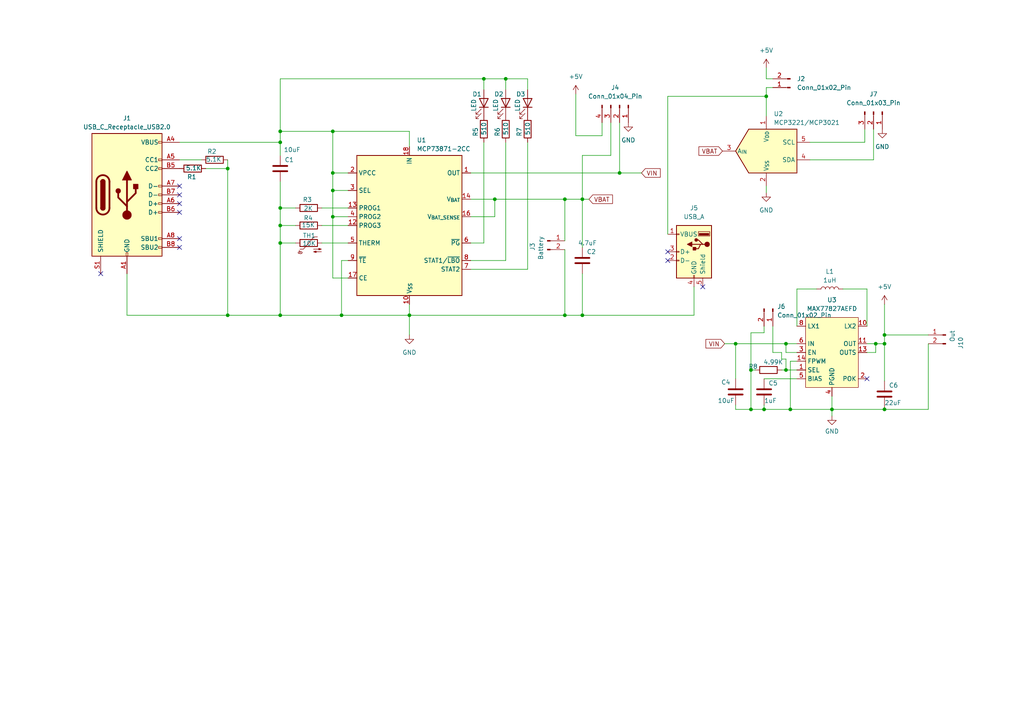
<source format=kicad_sch>
(kicad_sch (version 20250114) (generator "eeschema") (generator_version "9.0")
  (paper "A4")
  (junction (at 412.75 43.815))
  (junction (at 441.325 124.46))
  (junction (at 221.615 118.745))
  (junction (at 227.965 99.695))
  (junction (at 526.415 86.36))
  (junction (at 526.415 68.58))
  (junction (at 96.52 50.165))
  (junction (at 256.54 99.695))
  (junction (at 472.44 127.635))
  (junction (at 213.36 99.695))
  (junction (at 526.415 78.74))
  (junction (at 387.35 135.255))
  (junction (at 81.28 70.485))
  (junction (at 503.555 71.12))
  (junction (at 217.805 118.745))
  (junction (at 118.745 91.44))
  (junction (at 227.965 107.315))
  (junction (at 229.235 118.745))
  (junction (at 407.67 48.895))
  (junction (at 81.28 38.1))
  (junction (at 389.89 92.71))
  (junction (at 96.52 55.245))
  (junction (at 96.52 62.865))
  (junction (at 511.175 140.97))
  (junction (at 424.18 62.865))
  (junction (at 168.91 57.785))
  (junction (at 480.06 140.97))
  (junction (at 143.51 57.785))
  (junction (at 256.54 97.155))
  (junction (at 163.83 91.44))
  (junction (at 81.28 60.325))
  (junction (at 400.05 85.725))
  (junction (at 241.3 118.745))
  (junction (at 424.18 67.945))
  (junction (at 486.41 113.665))
  (junction (at 495.3 71.12))
  (junction (at 99.06 91.44))
  (junction (at 410.21 102.235))
  (junction (at 472.44 113.665))
  (junction (at 66.04 91.44))
  (junction (at 526.415 140.97))
  (junction (at 217.805 107.315))
  (junction (at 511.175 76.2))
  (junction (at 434.34 78.74))
  (junction (at 140.335 22.86))
  (junction (at 222.25 27.94))
  (junction (at 96.52 38.1))
  (junction (at 436.88 43.815))
  (junction (at 472.44 88.9))
  (junction (at 168.91 91.44))
  (junction (at 526.415 73.66))
  (junction (at 511.175 129.54))
  (junction (at 400.05 90.805))
  (junction (at 526.415 116.84))
  (junction (at 66.04 48.895))
  (junction (at 526.415 109.22))
  (junction (at 384.81 88.9))
  (junction (at 254 99.695))
  (junction (at 526.415 83.82))
  (junction (at 256.54 118.745))
  (junction (at 511.175 113.665))
  (junction (at 546.735 88.9))
  (junction (at 81.28 91.44))
  (junction (at 503.555 86.36))
  (junction (at 163.83 57.785))
  (junction (at 375.92 122.555))
  (junction (at 81.28 41.275))
  (junction (at 179.705 50.165))
  (junction (at 146.685 22.86))
  (junction (at 439.42 134.62))
  (junction (at 81.28 65.405))
  (no_connect (at 357.505 95.25))
  (no_connect (at 251.46 109.855))
  (no_connect (at 397.51 117.475))
  (no_connect (at 203.835 83.185))
  (no_connect (at 370.205 95.25))
  (no_connect (at 52.07 61.595))
  (no_connect (at 52.07 59.055))
  (no_connect (at 193.675 73.025))
  (no_connect (at 377.19 117.475))
  (no_connect (at 193.675 75.565))
  (no_connect (at 52.07 71.755))
  (no_connect (at 52.07 56.515))
  (no_connect (at 357.505 92.71))
  (no_connect (at 52.07 53.975))
  (no_connect (at 52.07 69.215))
  (no_connect (at 29.21 79.375))
  (wire (pts (xy 502.92 71.12) (xy 503.555 71.12)))
  (wire (pts (xy 472.44 113.665) (xy 472.44 88.9)))
  (wire (pts (xy 370.205 87.63) (xy 377.825 87.63)))
  (wire (pts (xy 217.805 107.315) (xy 217.805 118.745)))
  (wire (pts (xy 486.41 79.375) (xy 486.41 71.12)))
  (wire (pts (xy 472.44 127.635) (xy 472.44 113.665)))
  (wire (pts (xy 250.825 41.275) (xy 250.825 37.465)))
  (wire (pts (xy 347.98 90.17) (xy 357.505 90.17)))
  (wire (pts (xy 542.925 121.92) (xy 542.925 129.54)))
  (wire (pts (xy 100.965 62.865) (xy 96.52 62.865)))
  (wire (pts (xy 96.52 50.165) (xy 96.52 38.1)))
  (wire (pts (xy 256.54 97.155) (xy 269.24 97.155)))
  (wire (pts (xy 410.21 102.235) (xy 410.21 100.965)))
  (wire (pts (xy 436.88 43.815) (xy 436.88 52.705)))
  (wire (pts (xy 231.14 83.82) (xy 231.14 94.615)))
  (wire (pts (xy 153.035 78.105) (xy 136.525 78.105)))
  (wire (pts (xy 100.965 75.565) (xy 99.06 75.565)))
  (wire (pts (xy 118.745 42.545) (xy 118.745 38.1)))
  (wire (pts (xy 467.36 93.98) (xy 467.36 67.945)))
  (wire (pts (xy 213.36 99.695) (xy 227.965 99.695)))
  (wire (pts (xy 511.175 113.665) (xy 511.175 119.38)))
  (wire (pts (xy 422.91 59.69) (xy 424.18 59.69)))
  (wire (pts (xy 480.06 140.97) (xy 511.175 140.97)))
  (wire (pts (xy 163.83 91.44) (xy 168.91 91.44)))
  (wire (pts (xy 96.52 55.245) (xy 96.52 50.165)))
  (wire (pts (xy 486.41 86.995) (xy 486.41 113.665)))
  (wire (pts (xy 254 102.235) (xy 254 99.695)))
  (wire (pts (xy 193.675 27.94) (xy 222.25 27.94)))
  (wire (pts (xy 81.28 60.325) (xy 85.725 60.325)))
  (wire (pts (xy 518.795 124.46) (xy 551.815 124.46)))
  (wire (pts (xy 495.3 86.36) (xy 503.555 86.36)))
  (wire (pts (xy 81.28 91.44) (xy 99.06 91.44)))
  (wire (pts (xy 226.695 107.315) (xy 227.965 107.315)))
  (wire (pts (xy 375.92 127.635) (xy 375.92 122.555)))
  (wire (pts (xy 511.175 139.7) (xy 511.175 140.97)))
  (wire (pts (xy 516.255 68.58) (xy 511.175 68.58)))
  (wire (pts (xy 439.42 129.54) (xy 439.42 134.62)))
  (wire (pts (xy 480.06 127.635) (xy 472.44 127.635)))
  (wire (pts (xy 219.075 107.315) (xy 217.805 107.315)))
  (wire (pts (xy 384.81 48.895) (xy 407.67 48.895)))
  (wire (pts (xy 143.51 62.865) (xy 143.51 57.785)))
  (wire (pts (xy 81.28 41.275) (xy 81.28 45.085)))
  (wire (pts (xy 136.525 50.165) (xy 179.705 50.165)))
  (wire (pts (xy 357.505 85.09) (xy 353.695 85.09)))
  (wire (pts (xy 221.615 94.615) (xy 221.615 96.52)))
  (wire (pts (xy 174.625 39.37) (xy 174.625 35.56)))
  (wire (pts (xy 81.28 70.485) (xy 81.28 91.44)))
  (wire (pts (xy 472.44 113.665) (xy 476.885 113.665)))
  (wire (pts (xy 439.42 134.62) (xy 439.42 135.255)))
  (wire (pts (xy 221.615 118.745) (xy 229.235 118.745)))
  (wire (pts (xy 431.8 52.705) (xy 431.8 48.895)))
  (wire (pts (xy 551.815 91.44) (xy 546.735 91.44)))
  (wire (pts (xy 81.28 38.1) (xy 81.28 41.275)))
  (wire (pts (xy 347.98 98.425) (xy 347.98 90.17)))
  (wire (pts (xy 444.5 78.74) (xy 434.34 78.74)))
  (wire (pts (xy 526.415 116.84) (xy 526.415 140.97)))
  (wire (pts (xy 424.18 124.46) (xy 441.325 124.46)))
  (wire (pts (xy 480.06 130.81) (xy 480.06 127.635)))
  (wire (pts (xy 526.415 83.82) (xy 526.415 86.36)))
  (wire (pts (xy 400.05 94.615) (xy 400.05 90.805)))
  (wire (pts (xy 81.28 60.325) (xy 81.28 65.405)))
  (wire (pts (xy 441.325 129.54) (xy 439.42 129.54)))
  (wire (pts (xy 546.735 91.44) (xy 546.735 88.9)))
  (wire (pts (xy 100.965 55.245) (xy 96.52 55.245)))
  (wire (pts (xy 59.69 48.895) (xy 66.04 48.895)))
  (wire (pts (xy 424.18 70.485) (xy 424.18 67.945)))
  (wire (pts (xy 429.895 99.06) (xy 429.895 90.805)))
  (wire (pts (xy 375.92 122.555) (xy 377.19 122.555)))
  (wire (pts (xy 551.815 96.52) (xy 464.185 96.52)))
  (wire (pts (xy 511.175 129.54) (xy 542.925 129.54)))
  (wire (pts (xy 234.95 41.275) (xy 250.825 41.275)))
  (wire (pts (xy 511.175 140.97) (xy 526.415 140.97)))
  (wire (pts (xy 153.035 22.86) (xy 146.685 22.86)))
  (wire (pts (xy 256.54 97.155) (xy 256.54 99.695)))
  (wire (pts (xy 96.52 62.865) (xy 96.52 55.245)))
  (wire (pts (xy 81.28 65.405) (xy 81.28 70.485)))
  (wire (pts (xy 511.175 68.58) (xy 511.175 76.2)))
  (wire (pts (xy 412.75 75.565) (xy 412.75 43.815)))
  (wire (pts (xy 551.815 93.98) (xy 467.36 93.98)))
  (wire (pts (xy 551.815 101.6) (xy 427.355 101.6)))
  (wire (pts (xy 412.75 43.815) (xy 436.88 43.815)))
  (wire (pts (xy 441.325 118.745) (xy 441.325 124.46)))
  (wire (pts (xy 251.46 83.82) (xy 251.46 94.615)))
  (wire (pts (xy 168.91 57.785) (xy 170.815 57.785)))
  (wire (pts (xy 81.28 65.405) (xy 85.725 65.405)))
  (wire (pts (xy 546.1 78.74) (xy 551.815 78.74)))
  (wire (pts (xy 511.175 76.835) (xy 511.175 76.2)))
  (wire (pts (xy 153.035 41.275) (xy 153.035 78.105)))
  (wire (pts (xy 480.06 138.43) (xy 480.06 140.97)))
  (wire (pts (xy 484.505 113.665) (xy 486.41 113.665)))
  (wire (pts (xy 353.695 122.555) (xy 375.92 122.555)))
  (wire (pts (xy 221.615 96.52) (xy 217.805 96.52)))
  (wire (pts (xy 542.925 121.92) (xy 551.815 121.92)))
  (wire (pts (xy 36.83 91.44) (xy 66.04 91.44)))
  (wire (pts (xy 370.205 82.55) (xy 370.205 67.945)))
  (wire (pts (xy 163.83 57.785) (xy 163.83 69.85)))
  (wire (pts (xy 526.415 109.22) (xy 526.415 116.84)))
  (wire (pts (xy 234.95 46.355) (xy 253.365 46.355)))
  (wire (pts (xy 193.675 67.945) (xy 193.675 27.94)))
  (wire (pts (xy 143.51 57.785) (xy 163.83 57.785)))
  (wire (pts (xy 372.745 90.17) (xy 372.745 88.9)))
  (wire (pts (xy 444.5 73.025) (xy 444.5 78.74)))
  (wire (pts (xy 217.805 96.52) (xy 217.805 107.315)))
  (wire (pts (xy 118.745 91.44) (xy 118.745 97.155)))
  (wire (pts (xy 387.35 135.255) (xy 387.35 137.795)))
  (wire (pts (xy 96.52 80.645) (xy 96.52 62.865)))
  (wire (pts (xy 227.965 104.14) (xy 227.965 107.315)))
  (wire (pts (xy 201.295 83.185) (xy 201.295 91.44)))
  (wire (pts (xy 168.91 71.755) (xy 168.91 57.785)))
  (wire (pts (xy 424.18 113.03) (xy 424.18 124.46)))
  (wire (pts (xy 213.36 99.695) (xy 213.36 109.855)))
  (wire (pts (xy 503.555 71.12) (xy 503.555 77.47)))
  (wire (pts (xy 427.355 104.14) (xy 427.355 122.555)))
  (wire (pts (xy 236.855 83.82) (xy 231.14 83.82)))
  (wire (pts (xy 100.965 80.645) (xy 96.52 80.645)))
  (wire (pts (xy 381 90.805) (xy 400.05 90.805)))
  (wire (pts (xy 357.505 82.55) (xy 357.505 62.865)))
  (wire (pts (xy 472.44 88.9) (xy 472.44 60.325)))
  (wire (pts (xy 387.35 132.715) (xy 387.35 135.255)))
  (wire (pts (xy 372.745 88.9) (xy 384.81 88.9)))
  (wire (pts (xy 168.91 91.44) (xy 201.295 91.44)))
  (wire (pts (xy 551.815 104.14) (xy 427.355 104.14)))
  (wire (pts (xy 404.495 104.14) (xy 404.495 113.03)))
  (wire (pts (xy 177.165 45.085) (xy 168.91 45.085)))
  (wire (pts (xy 546.1 68.58) (xy 551.815 68.58)))
  (wire (pts (xy 377.825 87.63) (xy 377.825 104.14)))
  (wire (pts (xy 221.615 109.855) (xy 231.14 109.855)))
  (wire (pts (xy 523.875 68.58) (xy 526.415 68.58)))
  (wire (pts (xy 269.24 118.745) (xy 256.54 118.745)))
  (wire (pts (xy 153.035 26.035) (xy 153.035 22.86)))
  (wire (pts (xy 136.525 62.865) (xy 143.51 62.865)))
  (wire (pts (xy 526.415 140.97) (xy 526.415 143.51)))
  (wire (pts (xy 357.505 87.63) (xy 353.695 87.63)))
  (wire (pts (xy 377.825 104.14) (xy 404.495 104.14)))
  (wire (pts (xy 389.89 107.315) (xy 389.89 92.71)))
  (wire (pts (xy 357.505 62.865) (xy 424.18 62.865)))
  (wire (pts (xy 256.54 88.265) (xy 256.54 97.155)))
  (wire (pts (xy 36.83 91.44) (xy 36.83 79.375)))
  (wire (pts (xy 370.205 85.09) (xy 381 85.09)))
  (wire (pts (xy 231.14 104.775) (xy 229.235 104.775)))
  (wire (pts (xy 400.05 83.185) (xy 400.05 85.725)))
  (wire (pts (xy 140.335 22.86) (xy 81.28 22.86)))
  (wire (pts (xy 353.695 85.09) (xy 353.695 74.295)))
  (wire (pts (xy 526.415 68.58) (xy 526.415 73.66)))
  (wire (pts (xy 444.5 67.945) (xy 467.36 67.945)))
  (wire (pts (xy 222.25 27.94) (xy 222.25 33.655)))
  (wire (pts (xy 526.415 73.66) (xy 526.415 78.74)))
  (wire (pts (xy 451.485 134.62) (xy 439.42 134.62)))
  (wire (pts (xy 503.555 85.09) (xy 503.555 86.36)))
  (wire (pts (xy 210.185 99.695) (xy 213.36 99.695)))
  (wire (pts (xy 269.24 99.695) (xy 269.24 118.745)))
  (wire (pts (xy 99.06 91.44) (xy 118.745 91.44)))
  (wire (pts (xy 424.18 59.69) (xy 424.18 62.865)))
  (wire (pts (xy 222.25 53.975) (xy 222.25 55.88)))
  (wire (pts (xy 177.165 35.56) (xy 177.165 45.085)))
  (wire (pts (xy 213.36 118.745) (xy 217.805 118.745)))
  (wire (pts (xy 421.64 70.485) (xy 424.18 70.485)))
  (wire (pts (xy 391.16 74.295) (xy 391.16 85.725)))
  (wire (pts (xy 224.155 102.235) (xy 226.695 102.235)))
  (wire (pts (xy 140.335 41.275) (xy 140.335 70.485)))
  (wire (pts (xy 66.04 48.895) (xy 66.04 91.44)))
  (wire (pts (xy 548.005 116.84) (xy 551.815 116.84)))
  (wire (pts (xy 472.44 138.43) (xy 472.44 140.97)))
  (wire (pts (xy 472.44 88.9) (xy 546.735 88.9)))
  (wire (pts (xy 231.14 102.235) (xy 227.965 102.235)))
  (wire (pts (xy 495.3 71.12) (xy 495.3 75.565)))
  (wire (pts (xy 96.52 38.1) (xy 81.28 38.1)))
  (wire (pts (xy 529.59 73.66) (xy 526.415 73.66)))
  (wire (pts (xy 179.705 50.165) (xy 186.055 50.165)))
  (wire (pts (xy 464.185 62.865) (xy 464.185 96.52)))
  (wire (pts (xy 391.16 85.725) (xy 400.05 85.725)))
  (wire (pts (xy 384.81 107.315) (xy 384.81 88.9)))
  (wire (pts (xy 224.155 22.86) (xy 222.25 22.86)))
  (wire (pts (xy 163.83 91.44) (xy 118.745 91.44)))
  (wire (pts (xy 146.685 75.565) (xy 136.525 75.565)))
  (wire (pts (xy 540.385 116.84) (xy 526.415 116.84)))
  (wire (pts (xy 389.89 43.815) (xy 412.75 43.815)))
  (wire (pts (xy 353.695 87.63) (xy 353.695 122.555)))
  (wire (pts (xy 511.175 84.455) (xy 511.175 113.665)))
  (wire (pts (xy 420.37 95.885) (xy 420.37 102.235)))
  (wire (pts (xy 381 85.09) (xy 381 90.805)))
  (wire (pts (xy 537.21 73.66) (xy 551.815 73.66)))
  (wire (pts (xy 427.355 85.725) (xy 427.355 101.6)))
  (wire (pts (xy 140.335 70.485) (xy 136.525 70.485)))
  (wire (pts (xy 397.51 135.255) (xy 397.51 127.635)))
  (wire (pts (xy 539.115 83.82) (xy 551.815 83.82)))
  (wire (pts (xy 229.235 118.745) (xy 241.3 118.745)))
  (wire (pts (xy 163.83 72.39) (xy 163.83 91.44)))
  (wire (pts (xy 100.965 50.165) (xy 96.52 50.165)))
  (wire (pts (xy 226.695 104.14) (xy 227.965 104.14)))
  (wire (pts (xy 168.91 79.375) (xy 168.91 91.44)))
  (wire (pts (xy 241.3 114.935) (xy 241.3 118.745)))
  (wire (pts (xy 486.41 113.665) (xy 511.175 113.665)))
  (wire (pts (xy 256.54 118.11) (xy 256.54 118.745)))
  (wire (pts (xy 370.205 90.17) (xy 372.745 90.17)))
  (wire (pts (xy 466.09 106.68) (xy 466.09 124.46)))
  (wire (pts (xy 224.155 94.615) (xy 224.155 102.235)))
  (wire (pts (xy 256.54 99.695) (xy 256.54 110.49)))
  (wire (pts (xy 420.37 90.805) (xy 429.895 90.805)))
  (wire (pts (xy 420.37 102.235) (xy 410.21 102.235)))
  (wire (pts (xy 254 99.695) (xy 256.54 99.695)))
  (wire (pts (xy 93.345 60.325) (xy 100.965 60.325)))
  (wire (pts (xy 389.89 92.71) (xy 389.89 43.815)))
  (wire (pts (xy 221.615 117.475) (xy 221.615 118.745)))
  (wire (pts (xy 370.205 92.71) (xy 389.89 92.71)))
  (wire (pts (xy 146.685 22.86) (xy 146.685 26.035)))
  (wire (pts (xy 66.04 46.355) (xy 66.04 48.895)))
  (wire (pts (xy 222.25 22.86) (xy 222.25 19.685)))
  (wire (pts (xy 217.805 118.745) (xy 221.615 118.745)))
  (wire (pts (xy 434.34 78.74) (xy 434.34 78.105)))
  (wire (pts (xy 140.335 22.86) (xy 140.335 26.035)))
  (wire (pts (xy 511.175 129.54) (xy 511.175 132.08)))
  (wire (pts (xy 404.495 113.03) (xy 424.18 113.03)))
  (wire (pts (xy 551.815 106.68) (xy 466.09 106.68)))
  (wire (pts (xy 551.815 76.2) (xy 511.175 76.2)))
  (wire (pts (xy 136.525 57.785) (xy 143.51 57.785)))
  (wire (pts (xy 434.34 80.01) (xy 434.34 78.74)))
  (wire (pts (xy 503.555 71.12) (xy 551.815 71.12)))
  (wire (pts (xy 167.005 39.37) (xy 174.625 39.37)))
  (wire (pts (xy 526.415 86.36) (xy 526.415 109.22)))
  (wire (pts (xy 251.46 99.695) (xy 254 99.695)))
  (wire (pts (xy 118.745 38.1) (xy 96.52 38.1)))
  (wire (pts (xy 81.28 70.485) (xy 85.725 70.485)))
  (wire (pts (xy 66.04 91.44) (xy 81.28 91.44)))
  (wire (pts (xy 118.745 88.265) (xy 118.745 91.44)))
  (wire (pts (xy 472.44 140.97) (xy 480.06 140.97)))
  (wire (pts (xy 538.48 78.74) (xy 526.415 78.74)))
  (wire (pts (xy 472.44 130.81) (xy 472.44 127.635)))
  (wire (pts (xy 466.09 124.46) (xy 461.645 124.46)))
  (wire (pts (xy 226.695 102.235) (xy 226.695 104.14)))
  (wire (pts (xy 370.205 67.945) (xy 424.18 67.945)))
  (wire (pts (xy 410.21 103.505) (xy 410.21 102.235)))
  (wire (pts (xy 444.5 62.865) (xy 464.185 62.865)))
  (wire (pts (xy 179.705 35.56) (xy 179.705 50.165)))
  (wire (pts (xy 256.54 118.745) (xy 241.3 118.745)))
  (wire (pts (xy 244.475 83.82) (xy 251.46 83.82)))
  (wire (pts (xy 407.67 48.895) (xy 407.67 75.565)))
  (wire (pts (xy 431.8 48.895) (xy 407.67 48.895)))
  (wire (pts (xy 503.555 86.36) (xy 526.415 86.36)))
  (wire (pts (xy 52.07 41.275) (xy 81.28 41.275)))
  (wire (pts (xy 551.815 88.9) (xy 546.735 88.9)))
  (wire (pts (xy 146.685 22.86) (xy 140.335 22.86)))
  (wire (pts (xy 81.28 22.86) (xy 81.28 38.1)))
  (wire (pts (xy 93.345 65.405) (xy 100.965 65.405)))
  (wire (pts (xy 251.46 102.235) (xy 254 102.235)))
  (wire (pts (xy 227.965 107.315) (xy 231.14 107.315)))
  (wire (pts (xy 486.41 71.12) (xy 495.3 71.12)))
  (wire (pts (xy 526.415 83.82) (xy 531.495 83.82)))
  (wire (pts (xy 551.815 109.22) (xy 526.415 109.22)))
  (wire (pts (xy 213.36 117.475) (xy 213.36 118.745)))
  (wire (pts (xy 551.815 86.36) (xy 526.415 86.36)))
  (wire (pts (xy 227.965 102.235) (xy 227.965 99.695)))
  (wire (pts (xy 99.06 75.565) (xy 99.06 91.44)))
  (wire (pts (xy 227.965 99.695) (xy 231.14 99.695)))
  (wire (pts (xy 353.695 74.295) (xy 391.16 74.295)))
  (wire (pts (xy 241.3 118.745) (xy 241.3 120.65)))
  (wire (pts (xy 52.07 46.355) (xy 58.42 46.355)))
  (wire (pts (xy 146.685 41.275) (xy 146.685 75.565)))
  (wire (pts (xy 163.83 57.785) (xy 168.91 57.785)))
  (wire (pts (xy 420.37 85.725) (xy 427.355 85.725)))
  (wire (pts (xy 253.365 46.355) (xy 253.365 37.465)))
  (wire (pts (xy 538.48 68.58) (xy 526.415 68.58)))
  (wire (pts (xy 93.345 70.485) (xy 100.965 70.485)))
  (wire (pts (xy 436.88 40.64) (xy 436.88 43.815)))
  (wire (pts (xy 81.28 52.705) (xy 81.28 60.325)))
  (wire (pts (xy 526.415 78.74) (xy 526.415 83.82)))
  (wire (pts (xy 222.25 25.4) (xy 222.25 27.94)))
  (wire (pts (xy 397.51 122.555) (xy 427.355 122.555)))
  (wire (pts (xy 168.91 45.085) (xy 168.91 57.785)))
  (wire (pts (xy 551.815 99.06) (xy 429.895 99.06)))
  (wire (pts (xy 229.235 104.775) (xy 229.235 118.745)))
  (wire (pts (xy 387.35 135.255) (xy 397.51 135.255)))
  (wire (pts (xy 384.81 88.9) (xy 384.81 48.895)))
  (wire (pts (xy 167.005 27.305) (xy 167.005 39.37)))
  (wire (pts (xy 495.3 83.185) (xy 495.3 86.36)))
  (wire (pts (xy 407.67 41.91) (xy 407.67 48.895)))
  (wire (pts (xy 224.155 25.4) (xy 222.25 25.4)))
  (global_label "E2417_BUSY_N" (shape input) (at 441.325 118.745 180) (effects (font (size 0.762 0.762))) (property "Intersheetrefs" "${INTERSHEET_REFS}" (effects (hide yes))))
  (global_label "E2417_CSB" (shape input) (at 400.05 94.615 180) (effects (font (size 0.762 0.762))) (property "Intersheetrefs" "${INTERSHEET_REFS}" (effects (hide yes))))
  (global_label "E2417_SDA" (shape input) (at 421.64 70.485 180) (effects (font (size 0.762 0.762))) (property "Intersheetrefs" "${INTERSHEET_REFS}" (effects (hide yes))))
  (global_label "E2417_SCL" (shape input) (at 422.91 59.69 180) (effects (font (size 0.762 0.762))) (property "Intersheetrefs" "${INTERSHEET_REFS}" (effects (hide yes))))
  (global_label "E2417_RST_N" (shape input) (at 375.92 127.635 180) (effects (font (size 0.762 0.762))) (property "Intersheetrefs" "${INTERSHEET_REFS}" (effects (hide yes))))
  (global_label "VIN" (shape input) (at 186.055 50.165 0) (property "Intersheetrefs" "${INTERSHEET_REFS}" (effects (hide yes))))
  (global_label "VIN" (shape input) (at 210.185 99.695 180) (property "Intersheetrefs" "${INTERSHEET_REFS}" (effects (hide yes))))
  (global_label "VBAT" (shape input) (at 209.55 43.815 180) (property "Intersheetrefs" "${INTERSHEET_REFS}" (effects (hide yes))))
  (global_label "VBAT" (shape input) (at 170.815 57.785 0) (property "Intersheetrefs" "${INTERSHEET_REFS}" (effects (hide yes))))
  (global_label "E2417_DC" (shape input) (at 400.05 83.185 180) (effects (font (size 0.762 0.762))) (property "Intersheetrefs" "${INTERSHEET_REFS}" (effects (hide yes))))
  (symbol (lib_id "Device:R") (at 89.535 60.325 90) (unit 1)
    (property "Reference" "R3" (at 89.154 57.912 90))
    (property "Value" "2K" (at 89.408 60.452 90))
    (property "Footprint" "Resistor_SMD:R_0603_1608Metric" (effects (hide yes)))
  )
  (symbol (lib_id "power:GND") (at 241.3 120.65 0) (unit 1)
    (property "Reference" "#PWR06" (effects (hide yes)))
    (property "Value" "GND" (at 241.3 125.095 0))
    (property "Description" "Power symbol creates a global label with name \"GND\" , ground" (effects (hide yes)))
  )
  (symbol (lib_id "Device:R") (at 146.685 37.465 0) (unit 1)
    (property "Reference" "R6" (at 144.272 39.624 90) (effects (justify left)))
    (property "Value" "510" (at 146.685 39.243 90) (effects (justify left)))
    (property "Footprint" "Resistor_SMD:R_0603_1608Metric" (effects (hide yes)))
    (property "Description" "Resistor" (effects (hide yes)))
  )
  (symbol (lib_id "Connector:USB_C_Receptacle_USB2.0") (at 36.83 56.515 0) (unit 1)
    (property "Reference" "J1" (at 36.83 34.29 0))
    (property "Value" "USB_C_Receptacle_USB2.0" (at 36.83 36.83 0))
    (property "Footprint" "endeavour2:USB_C_Receptacle_GCT_USB4105-xx-A_16P_TopMnt_Horizontal" (effects (hide yes)))
    (property "Datasheet" "https://www.usb.org/sites/default/files/documents/usb_type-c.zip" (effects (hide yes)))
  )
  (symbol (lib_id "power:GND") (at 387.35 137.795 0) (unit 1)
    (property "Reference" "#PWR09" (effects (hide yes)))
    (property "Value" "GND" (at 387.35 142.875 0))
    (property "Description" "Power symbol creates a global label with name \"GND\" , ground" (effects (hide yes)))
  )
  (symbol (lib_id "Device:C") (at 168.91 75.565 0) (unit 1)
    (property "Reference" "C2" (at 170.18 73.025 0) (effects (justify left)))
    (property "Value" "4.7uF" (at 167.64 70.485 0) (effects (justify left)))
    (property "Footprint" "Capacitor_SMD:C_0603_1608Metric" (effects (hide yes)))
    (property "Description" "Unpolarized capacitor" (effects (hide yes)))
  )
  (symbol (lib_id "Device:C") (at 256.54 114.3 0) (unit 1)
    (property "Reference" "C6" (at 257.81 111.76 0) (effects (justify left)))
    (property "Value" "22uF" (at 256.54 116.84 0) (effects (justify left)))
    (property "Footprint" "Capacitor_SMD:C_0805_2012Metric" (effects (hide yes)))
    (property "Description" "Unpolarized capacitor" (effects (hide yes)))
  )
  (symbol (lib_id "Transistor_FET:Q_NMOS_GSD") (at 513.715 124.46 0) (mirror y) (unit 1)
    (property "Reference" "Q1" (at 508 123.1899 0) (effects (justify left)))
    (property "Value" "SSM3K336R,LF" (at 517.271 119.253 0) (effects (justify left)))
    (property "Footprint" "Package_TO_SOT_SMD:SOT-23-3" (effects (hide yes)))
    (property "Description" "N-MOSFET transistor, gate/source/drain" (effects (hide yes)))
  )
  (symbol (lib_id "Connector:Conn_01x03_Pin") (at 253.365 32.385 270) (unit 1)
    (property "Reference" "J7" (at 253.365 27.305 90))
    (property "Value" "Conn_01x03_Pin" (at 253.365 29.845 90))
    (property "Footprint" "Connector_PinHeader_2.54mm:PinHeader_1x03_P2.54mm_Vertical" (effects (hide yes)))
    (property "Description" "Generic connector, single row, 01x03, script generated" (effects (hide yes)))
  )
  (symbol (lib_id "Connector:Conn_01x02_Pin") (at 158.75 69.85 0) (unit 1)
    (property "Reference" "J3" (at 154.432 70.358 90) (effects (justify right)))
    (property "Value" "Battery" (at 156.845 68.453 90) (effects (justify right)))
    (property "Footprint" "endeavour2:JST_B2B-PH-SM4-TB" (effects (hide yes)))
    (property "Description" "Generic connector, single row, 01x02, script generated" (effects (hide yes)))
  )
  (symbol (lib_id "power:GND") (at 439.42 135.255 0) (mirror y) (unit 1)
    (property "Reference" "#PWR014" (effects (hide yes)))
    (property "Value" "GND" (at 439.42 140.335 0))
  )
  (symbol (lib_id "Connector:USB_A") (at 201.295 73.025 0) (mirror y) (unit 1)
    (property "Reference" "J5" (at 201.295 60.325 0))
    (property "Value" "USB_A" (at 201.295 62.865 0))
    (property "Footprint" "Connector_USB:USB_A_Receptacle_GCT_USB1046" (effects (hide yes)))
    (property "Datasheet" " ~" (effects (hide yes)))
  )
  (symbol (lib_id "Analog_ADC:MCP3221") (at 222.25 43.815 0) (unit 1)
    (property "Reference" "U2" (at 224.3933 33.02 0) (effects (justify left)))
    (property "Value" "MCP3221/MCP3021" (at 224.3933 35.56 0) (effects (justify left)))
    (property "Footprint" "Package_TO_SOT_SMD:SOT-23-5" (effects (hide yes)))
    (property "Datasheet" "https://ww1.microchip.com/downloads/en/devicedoc/20001732e.pdf" (effects (hide yes)))
    (property "Description" "Single channel 12bit SAR Analog to Digital Converter, I2C Interface, SOT-23-5" (effects (hide yes)))
  )
  (symbol (lib_id "Device:R") (at 153.035 37.465 0) (unit 1)
    (property "Reference" "R7" (at 150.622 39.624 90) (effects (justify left)))
    (property "Value" "510" (at 153.035 39.243 90) (effects (justify left)))
    (property "Footprint" "Resistor_SMD:R_0603_1608Metric" (effects (hide yes)))
    (property "Description" "Resistor" (effects (hide yes)))
  )
  (symbol (lib_id "power:+3V3") (at 472.44 60.325 0) (unit 1)
    (property "Reference" "#PWR017" (effects (hide yes)))
    (property "Value" "+3V3" (at 472.44 55.88 0))
    (property "Description" "Power symbol creates a global label with name \"+3V3\"" (effects (hide yes)))
  )
  (symbol (lib_id "Connector:Conn_01x02_Pin") (at 229.235 25.4 180) (unit 1)
    (property "Reference" "J2" (at 231.14 22.8599 0) (effects (justify right)))
    (property "Value" "Conn_01x02_Pin" (at 231.14 25.3999 0) (effects (justify right)))
    (property "Footprint" "Connector_PinHeader_2.54mm:PinHeader_1x02_P2.54mm_Vertical" (effects (hide yes)))
    (property "Description" "Generic connector, single row, 01x02, script generated" (effects (hide yes)))
  )
  (symbol (lib_id "power:GND") (at 182.245 35.56 0) (unit 1)
    (property "Reference" "#PWR03" (effects (hide yes)))
    (property "Value" "GND" (at 182.245 40.64 0))
    (property "Description" "Power symbol creates a global label with name \"GND\" , ground" (effects (hide yes)))
  )
  (symbol (lib_id "Device:R") (at 140.335 37.465 0) (unit 1)
    (property "Reference" "R5" (at 137.922 39.624 90) (effects (justify left)))
    (property "Value" "510" (at 140.335 39.243 90) (effects (justify left)))
    (property "Footprint" "Resistor_SMD:R_0603_1608Metric" (effects (hide yes)))
    (property "Description" "Resistor" (effects (hide yes)))
  )
  (symbol (lib_id "power:+1V8") (at 448.945 114.3 0) (unit 1)
    (property "Reference" "#PWR015" (effects (hide yes)))
    (property "Value" "+1V8" (at 448.945 109.22 0))
    (property "Description" "Power symbol creates a global label with name \"+1V8\"" (effects (hide yes)))
  )
  (symbol (lib_id "Logic_LevelTranslator:SN74LVC2T45DCUR") (at 410.21 88.265 0) (mirror y) (unit 1)
    (property "Reference" "U5" (at 408.0667 100.33 0) (effects (justify left)))
    (property "Value" "SN74LVC2T45DCUR" (at 408.0667 102.87 0) (effects (justify left)))
    (property "Footprint" "Package_SO:VSSOP-8_2.3x2mm_P0.5mm" (effects (hide yes)))
    (property "Datasheet" "http://www.ti.com/lit/ds/symlink/sn74lvc2t45.pdf" (effects (hide yes)))
    (property "Description" "Dual-Bit Dual-Supply Bus Transceiver With Configurable Voltage Translation and 3-State Outputs, VSSOP-8" (effects (hide yes)))
  )
  (symbol (lib_id "Device:C") (at 542.29 78.74 90) (unit 1)
    (property "Reference" "C15" (at 539.75 77.47 90) (effects (justify left)))
    (property "Value" "4.7uF" (at 549.275 77.343 90) (effects (justify left)))
    (property "Footprint" "Capacitor_SMD:C_0603_1608Metric" (effects (hide yes)))
    (property "Description" "Unpolarized capacitor" (effects (hide yes)))
  )
  (symbol (lib_id "Device:R") (at 55.88 48.895 90) (unit 1)
    (property "Reference" "R1" (at 55.626 51.308 90))
    (property "Value" "5.1K" (at 56.134 48.768 90))
    (property "Footprint" "Resistor_SMD:R_0603_1608Metric" (effects (hide yes)))
  )
  (symbol (lib_id "Connector:Conn_01x02_Pin") (at 274.32 97.155 0) (mirror y) (unit 1)
    (property "Reference" "J10" (at 278.638 97.663 90) (effects (justify right)))
    (property "Value" "Out" (at 276.225 95.758 90) (effects (justify right)))
    (property "Footprint" "endeavour2:JST_B2B-PH-SM4-TB" (effects (hide yes)))
    (property "Description" "Generic connector, single row, 01x02, script generated" (effects (hide yes)))
  )
  (symbol (lib_id "Connector_Generic:Conn_02x06_Odd_Even") (at 362.585 87.63 0) (unit 1)
    (property "Reference" "J9" (at 363.855 76.2 0))
    (property "Value" "Conn_02x06_Odd_Even" (at 363.855 78.74 0))
    (property "Footprint" "Connector_PinHeader_2.54mm:PinHeader_2x06_P2.54mm_Vertical" (effects (hide yes)))
    (property "Description" "Generic connector, double row, 02x06, odd/even pin numbering scheme (row 1 odd numbers, row 2 even numbers), script generated (kicad-library-utils/schlib/autogen/connector/)" (effects (hide yes)))
  )
  (symbol (lib_id "power:+3V3") (at 436.88 40.64 0) (unit 1)
    (property "Reference" "#PWR013" (effects (hide yes)))
    (property "Value" "+3V3" (at 436.88 36.195 0))
    (property "Description" "Power symbol creates a global label with name \"+3V3\"" (effects (hide yes)))
  )
  (symbol (lib_id "Device:L") (at 240.665 83.82 90) (unit 1)
    (property "Reference" "L1" (at 240.665 78.74 90))
    (property "Value" "1uH" (at 240.665 81.28 90))
    (property "Footprint" "Inductor_SMD:L_0805_2012Metric" (effects (hide yes)))
  )
  (symbol (lib_id "power:+3V3") (at 454.025 114.3 0) (mirror y) (unit 1)
    (property "Reference" "#PWR016" (effects (hide yes)))
    (property "Value" "+3V3" (at 454.025 109.855 0))
    (property "Description" "Power symbol creates a global label with name \"+3V3\"" (effects (hide yes)))
  )
  (symbol (lib_id "Device:Thermistor_NTC") (at 89.535 70.485 90) (unit 1)
    (property "Reference" "TH1" (at 89.662 68.326 90))
    (property "Value" "10K" (at 89.662 70.612 90))
    (property "Footprint" "Resistor_SMD:R_0603_1608Metric" (effects (hide yes)))
    (property "Description" "Temperature dependent resistor, negative temperature coefficient" (effects (hide yes)))
  )
  (symbol (lib_id "power:GND") (at 434.34 80.01 0) (unit 1)
    (property "Reference" "#PWR012" (effects (hide yes)))
    (property "Value" "GND" (at 434.34 85.09 0))
    (property "Description" "Power symbol creates a global label with name \"GND\" , ground" (effects (hide yes)))
  )
  (symbol (lib_id "Logic_LevelTranslator:SN74LVC2T45DCUR") (at 387.35 120.015 0) (mirror y) (unit 1)
    (property "Reference" "U4" (at 385.2067 132.08 0) (effects (justify left)))
    (property "Value" "SN74LVC2T45DCUR" (at 385.2067 134.62 0) (effects (justify left)))
    (property "Footprint" "Package_SO:VSSOP-8_2.3x2mm_P0.5mm" (effects (hide yes)))
    (property "Datasheet" "http://www.ti.com/lit/ds/symlink/sn74lvc2t45.pdf" (effects (hide yes)))
    (property "Description" "Dual-Bit Dual-Supply Bus Transceiver With Configurable Voltage Translation and 3-State Outputs, VSSOP-8" (effects (hide yes)))
  )
  (symbol (lib_id "power:GND") (at 222.25 55.88 0) (unit 1)
    (property "Reference" "#PWR05" (effects (hide yes)))
    (property "Value" "GND" (at 222.25 60.96 0))
    (property "Description" "Power symbol creates a global label with name \"GND\" , ground" (effects (hide yes)))
  )
  (symbol (lib_id "Device:LED") (at 140.335 29.845 270) (mirror x) (unit 1)
    (property "Reference" "D1" (at 139.7 27.305 90) (effects (justify right)))
    (property "Value" "LED" (at 137.414 28.702 0) (effects (justify right)))
    (property "Footprint" "LED_SMD:LED_0603_1608Metric" (effects (hide yes)))
    (property "Description" "Light emitting diode" (effects (hide yes)))
  )
  (symbol (lib_id "power:+5V") (at 167.005 27.305 0) (unit 1)
    (property "Reference" "#PWR02" (effects (hide yes)))
    (property "Value" "+5V" (at 167.005 22.225 0))
  )
  (symbol (lib_id "endeavour2:CF35242D0RE-NH") (at 551.815 68.58 0) (unit 1)
    (property "Reference" "J8" (at 565.785 96.5199 0) (effects (font (size 1.524 1.524)) (justify left)))
    (property "Value" "CF35242D0RE-NH" (at 565.785 99.0599 0) (effects (font (size 1.524 1.524)) (justify left)))
    (property "Footprint" "endeavour2:CONN24X1_CF35242D0RE-NH_CVI" (effects (hide yes)))
    (property "Datasheet" "CF35242D0RE-NH" (effects (hide yes)))
  )
  (symbol (lib_id "Device:LED") (at 153.035 29.845 270) (mirror x) (unit 1)
    (property "Reference" "D3" (at 152.4 27.305 90) (effects (justify right)))
    (property "Value" "LED" (at 150.114 28.702 0) (effects (justify right)))
    (property "Footprint" "LED_SMD:LED_0603_1608Metric" (effects (hide yes)))
    (property "Description" "Light emitting diode" (effects (hide yes)))
  )
  (symbol (lib_id "Regulator_Switching:MAX77827AEFD") (at 241.3 102.235 0) (unit 1)
    (property "Reference" "U3" (at 241.3 86.995 0))
    (property "Value" "MAX77827AEFD" (at 241.3 89.535 0))
    (property "Footprint" "Package_DFN_QFN:Maxim_FC2QFN-14_2.5x2.5mm_P0.5mm" (effects (hide yes)))
    (property "Datasheet" "https://www.analog.com/media/en/technical-documentation/data-sheets/MAX77827.pdf" (effects (hide yes)))
    (property "Description" "5.5V Input, 1.8A/3.1A Switch Buck-Boost, QFN-14" (effects (hide yes)))
  )
  (symbol (lib_id "Device:C") (at 472.44 134.62 180) (unit 1)
    (property "Reference" "C7" (at 471.17 137.16 0) (effects (justify left)))
    (property "Value" "4.7uF" (at 472.44 132.08 0) (effects (justify left)))
    (property "Footprint" "Capacitor_SMD:C_0603_1608Metric" (effects (hide yes)))
    (property "Description" "Unpolarized capacitor" (effects (hide yes)))
  )
  (symbol (lib_id "Device:R") (at 62.23 46.355 90) (unit 1)
    (property "Reference" "R2" (at 61.468 43.942 90))
    (property "Value" "5.1K" (at 61.976 46.228 90))
    (property "Footprint" "Resistor_SMD:R_0603_1608Metric" (effects (hide yes)))
  )
  (symbol (lib_id "Device:R") (at 511.175 135.89 180) (unit 1)
    (property "Reference" "R9" (at 508.762 136.271 90))
    (property "Value" "0.47" (at 511.302 136.017 90))
    (property "Footprint" "Resistor_SMD:R_0603_1608Metric" (effects (hide yes)))
  )
  (symbol (lib_id "Device:L") (at 480.695 113.665 90) (unit 1)
    (property "Reference" "L2" (at 480.695 111.379 90))
    (property "Value" "10uH" (at 480.695 115.443 90))
    (property "Footprint" "Inductor_SMD:L_0805_2012Metric" (effects (hide yes)))
  )
  (symbol (lib_id "power:GND") (at 347.98 98.425 0) (unit 1)
    (property "Reference" "#PWR019" (effects (hide yes)))
    (property "Value" "GND" (at 347.98 103.505 0))
    (property "Description" "Power symbol creates a global label with name \"GND\" , ground" (effects (hide yes)))
  )
  (symbol (lib_id "Connector:Conn_01x04_Pin") (at 179.705 30.48 270) (unit 1)
    (property "Reference" "J4" (at 178.435 25.4 90))
    (property "Value" "Conn_01x04_Pin" (at 178.435 27.94 90))
    (property "Footprint" "Connector_PinHeader_2.54mm:PinHeader_1x04_P2.54mm_Vertical" (effects (hide yes)))
    (property "Description" "Generic connector, single row, 01x04, script generated" (effects (hide yes)))
  )
  (symbol (lib_id "power:+5V") (at 222.25 19.685 0) (unit 1)
    (property "Reference" "#PWR04" (effects (hide yes)))
    (property "Value" "+5V" (at 222.25 14.605 0))
  )
  (symbol (lib_id "Device:R") (at 222.885 107.315 90) (unit 1)
    (property "Reference" "R8" (at 218.44 106.299 90))
    (property "Value" "4.99K" (at 224.282 105.029 90))
    (property "Footprint" "Resistor_SMD:R_0603_1608Metric" (effects (hide yes)))
    (property "Description" "Resistor" (effects (hide yes)))
  )
  (symbol (lib_id "Logic_LevelTranslator:SN74LVC2T45DCUR") (at 434.34 65.405 0) (mirror y) (unit 1)
    (property "Reference" "U6" (at 432.1967 77.47 0) (effects (justify left)))
    (property "Value" "SN74LVC2T45DCUR" (at 432.1967 80.01 0) (effects (justify left)))
    (property "Footprint" "Package_SO:VSSOP-8_2.3x2mm_P0.5mm" (effects (hide yes)))
    (property "Datasheet" "http://www.ti.com/lit/ds/symlink/sn74lvc2t45.pdf" (effects (hide yes)))
    (property "Description" "Dual-Bit Dual-Supply Bus Transceiver With Configurable Voltage Translation and 3-State Outputs, VSSOP-8" (effects (hide yes)))
  )
  (symbol (lib_id "power:GND") (at 410.21 103.505 0) (unit 1)
    (property "Reference" "#PWR011" (effects (hide yes)))
    (property "Value" "GND" (at 410.21 108.585 0))
    (property "Description" "Power symbol creates a global label with name \"GND\" , ground" (effects (hide yes)))
  )
  (symbol (lib_id "Device:D_Schottky") (at 499.11 71.12 0) (unit 1)
    (property "Reference" "D5" (at 497.713 68.707 0) (effects (justify left)))
    (property "Value" "RB751S40T1G" (at 491.617 66.675 0) (effects (justify left)))
    (property "Footprint" "Diode_SMD:D_SOD-523" (effects (hide yes)))
    (property "Description" "Schottky diode" (effects (hide yes)))
  )
  (symbol (lib_id "Device:D_Schottky") (at 495.3 79.375 90) (unit 1)
    (property "Reference" "D4" (at 492.887 80.772 90) (effects (justify left)))
    (property "Value" "RB751S40T1G" (at 501.269 76.2 90) (effects (justify left)))
    (property "Footprint" "Diode_SMD:D_SOD-523" (effects (hide yes)))
    (property "Description" "Schottky diode" (effects (hide yes)))
  )
  (symbol (lib_id "Device:C") (at 81.28 48.895 0) (unit 1)
    (property "Reference" "C1" (at 82.55 46.355 0) (effects (justify left)))
    (property "Value" "10uF" (at 82.296 43.434 0) (effects (justify left)))
    (property "Footprint" "Capacitor_SMD:C_0603_1608Metric" (effects (hide yes)))
    (property "Description" "Unpolarized capacitor" (effects (hide yes)))
  )
  (symbol (lib_id "power:GND") (at 255.905 37.465 0) (unit 1)
    (property "Reference" "#PWR07" (effects (hide yes)))
    (property "Value" "GND" (at 255.905 42.545 0))
    (property "Description" "Power symbol creates a global label with name \"GND\" , ground" (effects (hide yes)))
  )
  (symbol (lib_id "Logic_LevelTranslator:SN74LVC1T45DCK") (at 451.485 124.46 0) (unit 1)
    (property "Reference" "U7" (at 455.422 133.731 0))
    (property "Value" "SN74LVC1T45DCK" (at 451.104 136.779 0))
    (property "Footprint" "Package_TO_SOT_SMD:SOT-363_SC-70-6" (effects (hide yes)))
    (property "Datasheet" "http://www.ti.com/lit/ds/symlink/sn74lvc1t45.pdf" (effects (hide yes)))
    (property "Description" "Single-Bit Dual-Supply Bus Transceiver With Configurable Voltage Translation and 3-State Outputs, SOT-363" (effects (hide yes)))
  )
  (symbol (lib_id "Connector:Conn_01x02_Pin") (at 224.155 89.535 270) (unit 1)
    (property "Reference" "J6" (at 225.425 88.8999 90) (effects (justify left)))
    (property "Value" "Conn_01x02_Pin" (at 225.425 91.4399 90) (effects (justify left)))
    (property "Footprint" "Connector_PinHeader_2.54mm:PinHeader_1x02_P2.54mm_Vertical" (effects (hide yes)))
    (property "Description" "Generic connector, single row, 01x02, script generated" (effects (hide yes)))
  )
  (symbol (lib_id "Device:D_Schottky") (at 511.175 80.645 270) (unit 1)
    (property "Reference" "D6" (at 513.588 79.248 90) (effects (justify left)))
    (property "Value" "RB751S40T1G" (at 507.365 83.947 90) (effects (justify left)))
    (property "Footprint" "Diode_SMD:D_SOD-523" (effects (hide yes)))
    (property "Description" "Schottky diode" (effects (hide yes)))
  )
  (symbol (lib_id "Device:C") (at 213.36 113.665 0) (unit 1)
    (property "Reference" "C4" (at 209.169 110.871 0) (effects (justify left)))
    (property "Value" "10uF" (at 208.153 116.205 0) (effects (justify left)))
    (property "Footprint" "Capacitor_SMD:C_0603_1608Metric" (effects (hide yes)))
    (property "Description" "Unpolarized capacitor" (effects (hide yes)))
  )
  (symbol (lib_id "power:GND") (at 118.745 97.155 0) (unit 1)
    (property "Reference" "#PWR01" (effects (hide yes)))
    (property "Value" "GND" (at 118.745 102.235 0))
    (property "Description" "Power symbol creates a global label with name \"GND\" , ground" (effects (hide yes)))
  )
  (symbol (lib_id "power:+5V") (at 256.54 88.265 0) (unit 1)
    (property "Reference" "#PWR08" (effects (hide yes)))
    (property "Value" "+5V" (at 256.54 83.185 0))
  )
  (symbol (lib_id "Device:C") (at 544.195 116.84 90) (unit 1)
    (property "Reference" "C16" (at 541.655 115.57 90) (effects (justify left)))
    (property "Value" "4.7uF" (at 550.799 114.935 90) (effects (justify left)))
    (property "Footprint" "Capacitor_SMD:C_0603_1608Metric" (effects (hide yes)))
    (property "Description" "Unpolarized capacitor" (effects (hide yes)))
  )
  (symbol (lib_id "Battery_Management:MCP73871-2CC") (at 118.745 65.405 0) (unit 1)
    (property "Reference" "U1" (at 120.8883 40.64 0) (effects (justify left)))
    (property "Value" "MCP73871-2CC" (at 120.8883 43.18 0) (effects (justify left)))
    (property "Footprint" "Package_DFN_QFN:QFN-20-1EP_4x4mm_P0.5mm_EP2.5x2.5mm" (effects (hide yes)))
    (property "Datasheet" "http://www.mouser.com/ds/2/268/22090a-52174.pdf" (effects (hide yes)))
    (property "Description" "Single cell, Li-Ion/Li-Po charge management controller, 4.20V, 6h safety timer, 3.1V LBO threshold" (effects (hide yes)))
  )
  (symbol (lib_id "Device:C") (at 533.4 73.66 90) (unit 1)
    (property "Reference" "C12" (at 530.86 72.39 90) (effects (justify left)))
    (property "Value" "4.7uF" (at 539.877 72.263 90) (effects (justify left)))
    (property "Footprint" "Capacitor_SMD:C_0603_1608Metric" (effects (hide yes)))
    (property "Description" "Unpolarized capacitor" (effects (hide yes)))
  )
  (symbol (lib_id "power:+1V8") (at 407.67 41.91 0) (unit 1)
    (property "Reference" "#PWR010" (effects (hide yes)))
    (property "Value" "+1V8" (at 407.67 36.83 0))
    (property "Description" "Power symbol creates a global label with name \"+1V8\"" (effects (hide yes)))
  )
  (symbol (lib_id "Device:C") (at 535.305 83.82 90) (unit 1)
    (property "Reference" "C13" (at 532.765 82.55 90) (effects (justify left)))
    (property "Value" "1uF" (at 540.893 82.169 90) (effects (justify left)))
    (property "Footprint" "Capacitor_SMD:C_0603_1608Metric" (effects (hide yes)))
    (property "Description" "Unpolarized capacitor" (effects (hide yes)))
  )
  (symbol (lib_id "Device:C") (at 221.615 113.665 0) (unit 1)
    (property "Reference" "C5" (at 222.885 111.125 0) (effects (justify left)))
    (property "Value" "1uF" (at 221.615 116.205 0) (effects (justify left)))
    (property "Footprint" "Capacitor_SMD:C_0603_1608Metric" (effects (hide yes)))
    (property "Description" "Unpolarized capacitor" (effects (hide yes)))
  )
  (symbol (lib_id "Device:C") (at 486.41 83.185 180) (unit 1)
    (property "Reference" "C9" (at 485.14 85.725 0) (effects (justify left)))
    (property "Value" "4.7uF" (at 486.41 80.645 0) (effects (justify left)))
    (property "Footprint" "Capacitor_SMD:C_0603_1608Metric" (effects (hide yes)))
    (property "Description" "Unpolarized capacitor" (effects (hide yes)))
  )
  (symbol (lib_id "power:GND") (at 526.415 143.51 0) (unit 1)
    (property "Reference" "#PWR018" (effects (hide yes)))
    (property "Value" "GND" (at 526.415 148.59 0))
    (property "Description" "Power symbol creates a global label with name \"GND\" , ground" (effects (hide yes)))
  )
  (symbol (lib_id "Device:R") (at 89.535 65.405 90) (unit 1)
    (property "Reference" "R4" (at 89.408 63.246 90))
    (property "Value" "15K" (at 89.408 65.278 90))
    (property "Footprint" "Resistor_SMD:R_0603_1608Metric" (effects (hide yes)))
  )
  (symbol (lib_id "Device:C") (at 542.29 68.58 90) (unit 1)
    (property "Reference" "C14" (at 540.385 66.675 90) (effects (justify left)))
    (property "Value" "4.7uF" (at 548.767 66.675 90) (effects (justify left)))
    (property "Footprint" "Capacitor_SMD:C_0603_1608Metric" (effects (hide yes)))
    (property "Description" "Unpolarized capacitor" (effects (hide yes)))
  )
  (symbol (lib_id "Device:C") (at 503.555 81.28 180) (unit 1)
    (property "Reference" "C10" (at 502.285 83.82 0) (effects (justify left)))
    (property "Value" "4.7uF" (at 503.555 78.74 0) (effects (justify left)))
    (property "Footprint" "Capacitor_SMD:C_0603_1608Metric" (effects (hide yes)))
    (property "Description" "Unpolarized capacitor" (effects (hide yes)))
  )
  (symbol (lib_id "Device:LED") (at 146.685 29.845 270) (mirror x) (unit 1)
    (property "Reference" "D2" (at 146.05 27.305 90) (effects (justify right)))
    (property "Value" "LED" (at 143.764 28.702 0) (effects (justify right)))
    (property "Footprint" "LED_SMD:LED_0603_1608Metric" (effects (hide yes)))
    (property "Description" "Light emitting diode" (effects (hide yes)))
  )
  (symbol (lib_id "Device:C") (at 520.065 68.58 270) (unit 1)
    (property "Reference" "C11" (at 513.715 66.675 90) (effects (justify left)))
    (property "Value" "4.7uF" (at 513.08 69.977 90) (effects (justify left)))
    (property "Footprint" "Capacitor_SMD:C_0603_1608Metric" (effects (hide yes)))
    (property "Description" "Unpolarized capacitor" (effects (hide yes)))
  )
  (symbol (lib_id "Device:C") (at 480.06 134.62 180) (unit 1)
    (property "Reference" "C8" (at 478.79 137.16 0) (effects (justify left)))
    (property "Value" "0.1uF" (at 480.06 132.08 0) (effects (justify left)))
    (property "Footprint" "Capacitor_SMD:C_0603_1608Metric" (effects (hide yes)))
    (property "Description" "Unpolarized capacitor" (effects (hide yes)))
  )
)
</source>
